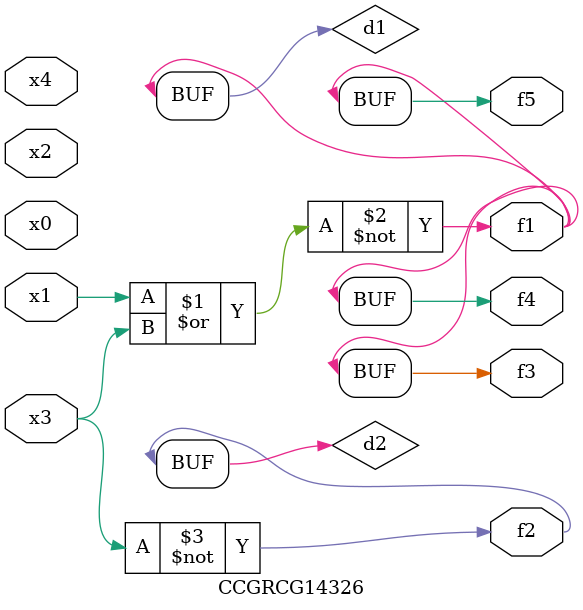
<source format=v>
module CCGRCG14326(
	input x0, x1, x2, x3, x4,
	output f1, f2, f3, f4, f5
);

	wire d1, d2;

	nor (d1, x1, x3);
	not (d2, x3);
	assign f1 = d1;
	assign f2 = d2;
	assign f3 = d1;
	assign f4 = d1;
	assign f5 = d1;
endmodule

</source>
